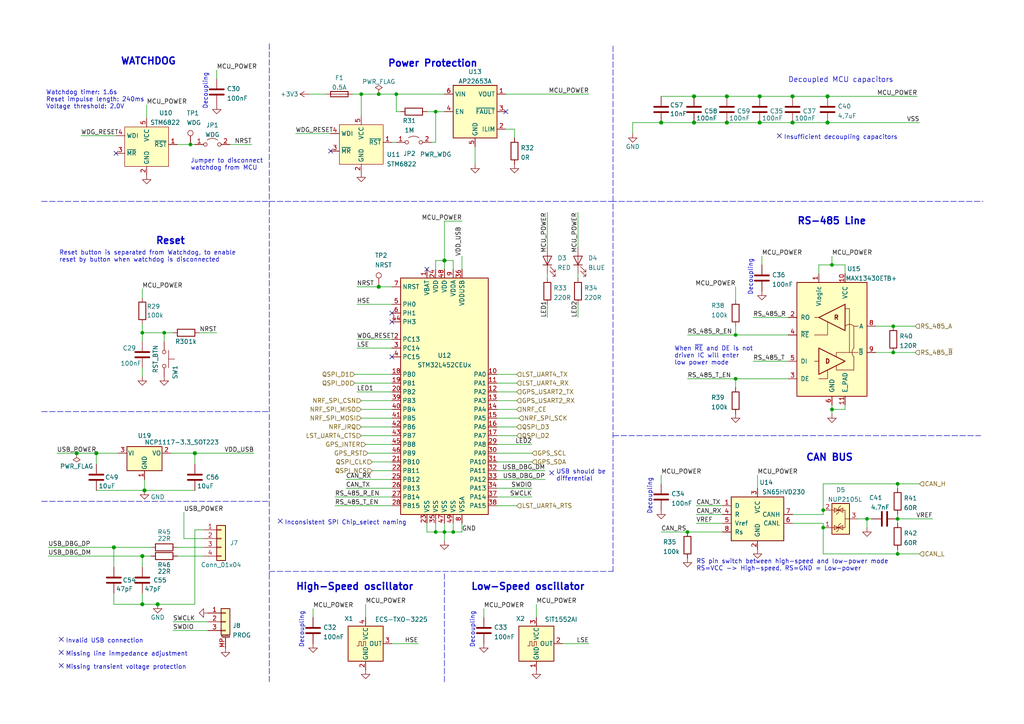
<source format=kicad_sch>
(kicad_sch (version 20210621) (generator eeschema)
  (paper "A4")
  (lib_symbols
    (symbol "Connector:TestPoint" (pin_numbers hide) (pin_names (offset 0.762) hide)
      (property "Reference" "TP" (at 0 6.858 0))
      (property "Value" "TestPoint" (at 0 5.08 0))
      (symbol "TestPoint_1_1"
        (pin passive line (at 0 0 90) (length 2.54) (name "1") (number "1"))
      )
    )
    (symbol "Connector_Generic:Conn_01x04" (pin_names (offset 1.016) hide)
      (property "Reference" "J" (at 0 5.08 0))
      (property "Value" "Conn_01x04" (at 0 -7.62 0))
      (symbol "Conn_01x04_1_1"
        (pin passive line (at -5.08 2.54 0) (length 3.81) (name "Pin_1") (number "1"))
        (pin passive line (at -5.08 0 0) (length 3.81) (name "Pin_2") (number "2"))
        (pin passive line (at -5.08 -2.54 0) (length 3.81) (name "Pin_3") (number "3"))
        (pin passive line (at -5.08 -5.08 0) (length 3.81) (name "Pin_4") (number "4"))
      )
    )
    (symbol "Connector_Generic_MountingPin:Conn_01x03_MountingPin" (pin_names (offset 1.016) hide)
      (property "Reference" "J" (at 0 5.08 0))
      (property "Value" "Conn_01x03_MountingPin" (at 1.27 -5.08 0))
      (symbol "Conn_01x03_MountingPin_1_1"
        (text "Mounting" (at 0 -4.191 0) (effects (font (size 0.381 0.381))))
        (pin passive line (at -5.08 2.54 0) (length 3.81) (name "Pin_1") (number "1"))
        (pin passive line (at -5.08 0 0) (length 3.81) (name "Pin_2") (number "2"))
        (pin passive line (at -5.08 -2.54 0) (length 3.81) (name "Pin_3") (number "3"))
        (pin passive line (at 0 -7.62 90) (length 3.048) (name "MountPin") (number "MP"))
      )
    )
    (symbol "Device:C" (pin_numbers hide) (pin_names (offset 0.254))
      (property "Reference" "C" (at 0.635 2.54 0))
      (property "Value" "C" (at 0.635 -2.54 0))
      (symbol "C_1_1"
        (pin passive line (at 0 3.81 270) (length 2.794) (name "~") (number "1"))
        (pin passive line (at 0 -3.81 90) (length 2.794) (name "~") (number "2"))
      )
    )
    (symbol "Device:Fuse" (pin_numbers hide) (pin_names (offset 0))
      (property "Reference" "F" (at 2.032 0 90))
      (property "Value" "Fuse" (at -1.905 0 90))
      (symbol "Fuse_1_1"
        (pin passive line (at 0 3.81 270) (length 1.27) (name "~") (number "1"))
        (pin passive line (at 0 -3.81 90) (length 1.27) (name "~") (number "2"))
      )
    )
    (symbol "Device:LED" (pin_numbers hide) (pin_names (offset 1.016) hide)
      (property "Reference" "D" (at 0 2.54 0))
      (property "Value" "LED" (at 0 -2.54 0))
      (symbol "LED_1_1"
        (pin passive line (at -3.81 0 0) (length 2.54) (name "K") (number "1"))
        (pin passive line (at 3.81 0 180) (length 2.54) (name "A") (number "2"))
      )
    )
    (symbol "Device:R" (pin_numbers hide) (pin_names (offset 0))
      (property "Reference" "R" (at 2.032 0 90))
      (property "Value" "R" (at 0 0 90))
      (symbol "R_1_1"
        (pin passive line (at 0 3.81 270) (length 1.27) (name "~") (number "1"))
        (pin passive line (at 0 -3.81 90) (length 1.27) (name "~") (number "2"))
      )
    )
    (symbol "Interface_CAN_LIN:SN65HVD230" (pin_names (offset 1.016))
      (property "Reference" "U" (at -2.54 10.16 0))
      (property "Value" "SN65HVD230" (at -2.54 7.62 0))
      (symbol "SN65HVD230_1_1"
        (pin input line (at -10.16 2.54 0) (length 2.54) (name "D") (number "1"))
        (pin power_in line (at 0 -10.16 90) (length 2.54) (name "GND") (number "2"))
        (pin power_in line (at 0 7.62 270) (length 2.54) (name "VCC") (number "3"))
        (pin output line (at -10.16 0 0) (length 2.54) (name "R") (number "4"))
        (pin output line (at -10.16 -2.54 0) (length 2.54) (name "Vref") (number "5"))
        (pin bidirectional line (at 10.16 -2.54 180) (length 2.54) (name "CANL") (number "6"))
        (pin bidirectional line (at 10.16 0 180) (length 2.54) (name "CANH") (number "7"))
        (pin input line (at -10.16 -5.08 0) (length 2.54) (name "Rs") (number "8"))
      )
    )
    (symbol "Jumper:Jumper_2_Open" (pin_names (offset 0) hide)
      (property "Reference" "JP" (at 0 2.794 0))
      (property "Value" "Jumper_2_Open" (at 0 -2.286 0))
      (symbol "Jumper_2_Open_1_1"
        (pin passive line (at -5.08 0 0) (length 2.54) (name "A") (number "1"))
        (pin passive line (at 5.08 0 180) (length 2.54) (name "B") (number "2"))
      )
    )
    (symbol "Jumper_2_Open_1" (pin_names (offset 0) hide)
      (property "Reference" "JP" (at 0 2.794 0))
      (property "Value" "Jumper_2_Open_1" (at 0 -2.286 0))
      (symbol "Jumper_2_Open_1_1_1"
        (pin passive line (at -5.08 0 0) (length 2.54) (name "A") (number "1"))
        (pin passive line (at 5.08 0 180) (length 2.54) (name "B") (number "2"))
      )
    )
    (symbol "MCU_ST_STM32L4:STM32L452CEUx"
      (property "Reference" "U" (at -12.7 34.29 0))
      (property "Value" "STM32L452CEUx" (at 7.62 34.29 0))
      (symbol "STM32L452CEUx_1_1"
        (pin power_in line (at -5.08 35.56 270) (length 2.54) (name "VBAT") (number "1"))
        (pin bidirectional line (at 15.24 5.08 180) (length 2.54) (name "PA0") (number "10"))
        (pin bidirectional line (at 15.24 2.54 180) (length 2.54) (name "PA1") (number "11"))
        (pin bidirectional line (at 15.24 0 180) (length 2.54) (name "PA2") (number "12"))
        (pin bidirectional line (at 15.24 -2.54 180) (length 2.54) (name "PA3") (number "13"))
        (pin bidirectional line (at 15.24 -5.08 180) (length 2.54) (name "PA4") (number "14"))
        (pin bidirectional line (at 15.24 -7.62 180) (length 2.54) (name "PA5") (number "15"))
        (pin bidirectional line (at 15.24 -10.16 180) (length 2.54) (name "PA6") (number "16"))
        (pin bidirectional line (at 15.24 -12.7 180) (length 2.54) (name "PA7") (number "17"))
        (pin bidirectional line (at -15.24 5.08 0) (length 2.54) (name "PB0") (number "18"))
        (pin bidirectional line (at -15.24 2.54 0) (length 2.54) (name "PB1") (number "19"))
        (pin bidirectional line (at -15.24 15.24 0) (length 2.54) (name "PC13") (number "2"))
        (pin bidirectional line (at -15.24 0 0) (length 2.54) (name "PB2") (number "20"))
        (pin bidirectional line (at -15.24 -20.32 0) (length 2.54) (name "PB10") (number "21"))
        (pin bidirectional line (at -15.24 -22.86 0) (length 2.54) (name "PB11") (number "22"))
        (pin power_in line (at -5.08 -38.1 90) (length 2.54) (name "VSS") (number "23"))
        (pin power_in line (at -2.54 35.56 270) (length 2.54) (name "VDD") (number "24"))
        (pin bidirectional line (at -15.24 -25.4 0) (length 2.54) (name "PB12") (number "25"))
        (pin bidirectional line (at -15.24 -27.94 0) (length 2.54) (name "PB13") (number "26"))
        (pin bidirectional line (at -15.24 -30.48 0) (length 2.54) (name "PB14") (number "27"))
        (pin bidirectional line (at -15.24 -33.02 0) (length 2.54) (name "PB15") (number "28"))
        (pin bidirectional line (at 15.24 -15.24 180) (length 2.54) (name "PA8") (number "29"))
        (pin bidirectional line (at -15.24 12.7 0) (length 2.54) (name "PC14") (number "3"))
        (pin bidirectional line (at 15.24 -17.78 180) (length 2.54) (name "PA9") (number "30"))
        (pin bidirectional line (at 15.24 -20.32 180) (length 2.54) (name "PA10") (number "31"))
        (pin bidirectional line (at 15.24 -22.86 180) (length 2.54) (name "PA11") (number "32"))
        (pin bidirectional line (at 15.24 -25.4 180) (length 2.54) (name "PA12") (number "33"))
        (pin bidirectional line (at 15.24 -27.94 180) (length 2.54) (name "PA13") (number "34"))
        (pin power_in line (at -2.54 -38.1 90) (length 2.54) (name "VSS") (number "35"))
        (pin power_in line (at 5.08 35.56 270) (length 2.54) (name "VDDUSB") (number "36"))
        (pin bidirectional line (at 15.24 -30.48 180) (length 2.54) (name "PA14") (number "37"))
        (pin bidirectional line (at 15.24 -33.02 180) (length 2.54) (name "PA15") (number "38"))
        (pin bidirectional line (at -15.24 -2.54 0) (length 2.54) (name "PB3") (number "39"))
        (pin bidirectional line (at -15.24 10.16 0) (length 2.54) (name "PC15") (number "4"))
        (pin bidirectional line (at -15.24 -5.08 0) (length 2.54) (name "PB4") (number "40"))
        (pin bidirectional line (at -15.24 -7.62 0) (length 2.54) (name "PB5") (number "41"))
        (pin bidirectional line (at -15.24 -10.16 0) (length 2.54) (name "PB6") (number "42"))
        (pin bidirectional line (at -15.24 -12.7 0) (length 2.54) (name "PB7") (number "43"))
        (pin bidirectional line (at -15.24 20.32 0) (length 2.54) (name "PH3") (number "44"))
        (pin bidirectional line (at -15.24 -15.24 0) (length 2.54) (name "PB8") (number "45"))
        (pin bidirectional line (at -15.24 -17.78 0) (length 2.54) (name "PB9") (number "46"))
        (pin power_in line (at 0 -38.1 90) (length 2.54) (name "VSS") (number "47"))
        (pin power_in line (at 0 35.56 270) (length 2.54) (name "VDD") (number "48"))
        (pin power_in line (at 2.54 -38.1 90) (length 2.54) (name "VSS") (number "49"))
        (pin input line (at -15.24 25.4 0) (length 2.54) (name "PH0") (number "5"))
        (pin input line (at -15.24 22.86 0) (length 2.54) (name "PH1") (number "6"))
        (pin input line (at -15.24 30.48 0) (length 2.54) (name "NRST") (number "7"))
        (pin power_in line (at 5.08 -38.1 90) (length 2.54) (name "VSSA") (number "8"))
        (pin power_in line (at 2.54 35.56 270) (length 2.54) (name "VDDA") (number "9"))
      )
    )
    (symbol "Power_Protection:NUP2105L" (pin_names hide)
      (property "Reference" "D" (at 5.715 2.54 0))
      (property "Value" "NUP2105L" (at 5.715 0.635 0))
      (symbol "NUP2105L_0_0"
        (pin passive line (at 0 -5.08 90) (length 2.54) (name "A") (number "3"))
      )
      (symbol "NUP2105L_1_1"
        (pin passive line (at -2.54 5.08 270) (length 2.54) (name "K") (number "1"))
        (pin passive line (at 2.54 5.08 270) (length 2.54) (name "K") (number "2"))
      )
    )
    (symbol "Regulator_Linear:NCP1117-3.3_SOT223" (pin_names (offset 0.254))
      (property "Reference" "U" (at -3.81 3.175 0))
      (property "Value" "NCP1117-3.3_SOT223" (at 0 3.175 0))
      (symbol "NCP1117-3.3_SOT223_1_1"
        (pin power_in line (at 0 -7.62 90) (length 2.54) (name "GND") (number "1"))
        (pin power_out line (at 7.62 0 180) (length 2.54) (name "VO") (number "2"))
        (pin power_in line (at -7.62 0 0) (length 2.54) (name "VI") (number "3"))
      )
    )
    (symbol "Switch:SW_Push" (pin_numbers hide) (pin_names (offset 1.016) hide)
      (property "Reference" "SW" (at 1.27 2.54 0))
      (property "Value" "SW_Push" (at 0 -1.524 0))
      (symbol "SW_Push_0_1"
        (pin passive line (at -5.08 0 0) (length 2.54) (name "1") (number "1"))
        (pin passive line (at 5.08 0 180) (length 2.54) (name "2") (number "2"))
      )
    )
    (symbol "TCY_IC:MAX13430ETB+" (pin_names (offset 1.016))
      (property "Reference" "U" (at -10.16 19.05 0))
      (property "Value" "MAX13430ETB+" (at 5.08 19.05 0))
      (symbol "MAX13430ETB+_0_0"
        (text "D" (at -1.27 -5.08 0) (effects (font (size 1.27 1.27) bold)))
        (text "R" (at 1.27 7.62 0) (effects (font (size 1.27 1.27) bold)))
      )
      (symbol "MAX13430ETB+_1_1"
        (pin power_in line (at -3.81 20.32 270) (length 2.54) (name "Vlogic") (number "1"))
        (pin power_in line (at 3.81 20.32 270) (length 2.54) (name "VCC") (number "10"))
        (pin power_in line (at 3.81 -17.78 90) (length 2.54) (name "E_PAD") (number "11"))
        (pin output line (at -12.7 7.62 0) (length 2.54) (name "RO") (number "2"))
        (pin input line (at -12.7 -10.16 0) (length 2.54) (name "DE") (number "3"))
        (pin input line (at -12.7 2.54 0) (length 2.54) (name "~{RE}") (number "4"))
        (pin input line (at -12.7 -5.08 0) (length 2.54) (name "DI") (number "5"))
        (pin power_in line (at 0 -17.78 90) (length 2.54) (name "GND") (number "6"))
        (pin no_connect line (at 10.16 1.27 180) (length 2.54) hide (name "NC") (number "7"))
        (pin input line (at 12.7 5.08 180) (length 2.54) (name "A") (number "8"))
        (pin input line (at 12.7 -2.54 180) (length 2.54) (name "~{B}") (number "9"))
      )
    )
    (symbol "TCY_IC:STM6822"
      (property "Reference" "U" (at 6.35 13.97 0))
      (property "Value" "STM6822" (at 6.35 16.51 0))
      (symbol "STM6822_1_1"
        (pin open_collector line (at 8.89 6.35 180) (length 2.54) (name "~{RST}") (number "1"))
        (pin passive line (at 0 -2.54 90) (length 2.54) (name "GND") (number "2"))
        (pin input line (at -8.89 3.81 0) (length 2.54) (name "~{MR}") (number "3"))
        (pin input line (at -8.89 8.89 0) (length 2.54) (name "WDI") (number "4"))
        (pin power_in line (at 0 13.97 270) (length 2.54) (name "VCC") (number "5"))
      )
    )
    (symbol "TCY_ocillators:ECS-TXO-3225" (pin_names (offset 0.254))
      (property "Reference" "X" (at -6.35 6.35 0))
      (property "Value" "ECS-TXO-3225" (at 1.27 6.35 0))
      (symbol "ECS-TXO-3225_1_1"
        (pin no_connect line (at -7.62 0 0) (length 2.54) hide (name "NC") (number "1"))
        (pin power_in line (at 0 -7.62 90) (length 2.54) (name "GND") (number "2"))
        (pin output line (at 7.62 0 180) (length 2.54) (name "OUT") (number "3"))
        (pin power_in line (at 0 7.62 270) (length 2.54) (name "VCC") (number "4"))
      )
    )
    (symbol "TCY_ocillators:SiT1552AI" (pin_names (offset 0.254))
      (property "Reference" "X" (at -6.35 6.35 0))
      (property "Value" "SiT1552AI" (at 1.27 6.35 0))
      (symbol "SiT1552AI_1_1"
        (pin power_in line (at 0 -7.62 90) (length 2.54) (name "GND") (number "1"))
        (pin output line (at 7.62 0 180) (length 2.54) (name "OUT") (number "2"))
        (pin power_in line (at 0 7.62 270) (length 2.54) (name "VCC") (number "3"))
        (pin power_in line (at 0 -7.62 90) (length 2.54) hide (name "GND") (number "4"))
      )
    )
    (symbol "TCY_power_management:AP22653"
      (property "Reference" "U" (at 8.89 7.62 0))
      (property "Value" "AP22653" (at 0 7.62 0))
      (symbol "AP22653_1_1"
        (pin power_out line (at 8.89 2.54 180) (length 2.54) (name "VOUT") (number "1"))
        (pin passive line (at 8.89 -7.62 180) (length 2.54) (name "ILIM") (number "2"))
        (pin output line (at 8.89 -2.54 180) (length 2.54) (name "~{FAULT}") (number "3"))
        (pin input line (at -8.89 -2.54 0) (length 2.54) (name "EN") (number "4"))
        (pin passive line (at 0 -12.7 90) (length 2.54) (name "GND") (number "5"))
        (pin power_in line (at -8.89 2.54 0) (length 2.54) (name "VIN") (number "6"))
        (pin passive line (at 0 -12.7 90) (length 2.54) hide (name "E_PAD") (number "7"))
      )
    )
    (symbol "power:+3V3" (power) (pin_names (offset 0))
      (property "Value" "+3V3" (at 0 3.556 0))
      (symbol "+3V3_1_1"
        (pin power_in line (at 0 0 90) (length 0) hide (name "+3V3") (number "1"))
      )
    )
    (symbol "power:GND" (power) (pin_names (offset 0))
      (property "Value" "GND" (at 0 -3.81 0))
      (symbol "GND_1_1"
        (pin power_in line (at 0 0 270) (length 0) hide (name "GND") (number "1"))
      )
    )
    (symbol "power:PWR_FLAG" (power) (pin_numbers hide) (pin_names (offset 0) hide)
      (property "Value" "PWR_FLAG" (at 0 3.81 0))
      (symbol "PWR_FLAG_0_0"
        (pin power_out line (at 0 0 90) (length 0) (name "pwr") (number "1"))
      )
    )
  )
  (junction (at 22.225 131.445) (diameter 1.016))
  (junction (at 27.94 131.445) (diameter 1.016))
  (junction (at 33.02 158.75) (diameter 1.016))
  (junction (at 41.275 96.52) (diameter 0.9144))
  (junction (at 41.275 161.29) (diameter 1.016))
  (junction (at 41.275 175.26) (diameter 1.016))
  (junction (at 41.91 142.24) (diameter 1.016))
  (junction (at 45.72 175.26) (diameter 1.016))
  (junction (at 47.625 96.52) (diameter 0.9144))
  (junction (at 55.245 41.91) (diameter 0.9144))
  (junction (at 56.515 131.445) (diameter 1.016))
  (junction (at 104.775 27.305) (diameter 0.9144))
  (junction (at 109.855 27.305) (diameter 0.9144))
  (junction (at 109.855 83.185) (diameter 1.016))
  (junction (at 114.935 27.305) (diameter 0.9144))
  (junction (at 126.365 32.385) (diameter 0.9144))
  (junction (at 126.365 154.305) (diameter 0.9144))
  (junction (at 128.905 75.565) (diameter 1.016))
  (junction (at 128.905 154.305) (diameter 0.9144))
  (junction (at 131.445 154.305) (diameter 0.9144))
  (junction (at 191.77 35.56) (diameter 1.016))
  (junction (at 199.39 154.305) (diameter 0.9144))
  (junction (at 201.295 27.94) (diameter 1.016))
  (junction (at 201.295 35.56) (diameter 1.016))
  (junction (at 210.82 27.94) (diameter 1.016))
  (junction (at 210.82 35.56) (diameter 1.016))
  (junction (at 213.36 97.155) (diameter 0.9144))
  (junction (at 213.36 109.855) (diameter 0.9144))
  (junction (at 220.345 27.94) (diameter 1.016))
  (junction (at 220.345 35.56) (diameter 1.016))
  (junction (at 229.87 27.94) (diameter 1.016))
  (junction (at 229.87 35.56) (diameter 1.016))
  (junction (at 238.76 147.955) (diameter 0.9144))
  (junction (at 238.76 153.035) (diameter 0.9144))
  (junction (at 240.03 27.94) (diameter 1.016))
  (junction (at 240.03 35.56) (diameter 1.016))
  (junction (at 241.3 76.835) (diameter 0.9144))
  (junction (at 241.3 118.745) (diameter 0.9144))
  (junction (at 251.46 150.495) (diameter 0.9144))
  (junction (at 259.08 94.615) (diameter 0.9144))
  (junction (at 259.08 102.235) (diameter 0.9144))
  (junction (at 260.35 140.335) (diameter 0.9144))
  (junction (at 260.35 150.495) (diameter 0.9144))
  (junction (at 260.35 160.655) (diameter 0.9144))
  (no_connect (at 17.78 185.42))
  (no_connect (at 17.78 189.23))
  (no_connect (at 17.78 193.04))
  (no_connect (at 33.655 44.45))
  (no_connect (at 81.28 151.13))
  (no_connect (at 95.885 43.815))
  (no_connect (at 113.665 90.805))
  (no_connect (at 113.665 93.345))
  (no_connect (at 113.665 103.505))
  (no_connect (at 123.825 78.105))
  (no_connect (at 146.685 32.385))
  (no_connect (at 160.02 137.16))
  (no_connect (at 226.06 39.37))
  (wire (pts (xy 13.97 158.75) (xy 33.02 158.75)))
  (wire (pts (xy 13.97 161.29) (xy 41.275 161.29)))
  (wire (pts (xy 16.51 131.445) (xy 22.225 131.445)))
  (wire (pts (xy 22.225 131.445) (xy 27.94 131.445)))
  (wire (pts (xy 23.495 39.37) (xy 33.655 39.37)))
  (wire (pts (xy 27.94 131.445) (xy 27.94 134.62)))
  (wire (pts (xy 27.94 131.445) (xy 34.29 131.445)))
  (wire (pts (xy 27.94 142.24) (xy 41.91 142.24)))
  (wire (pts (xy 33.02 158.75) (xy 33.02 164.465)))
  (wire (pts (xy 33.02 158.75) (xy 43.815 158.75)))
  (wire (pts (xy 33.02 175.26) (xy 33.02 172.085)))
  (wire (pts (xy 33.02 175.26) (xy 41.275 175.26)))
  (wire (pts (xy 41.275 83.82) (xy 41.275 86.36)))
  (wire (pts (xy 41.275 93.98) (xy 41.275 96.52)))
  (wire (pts (xy 41.275 96.52) (xy 41.275 99.06)))
  (wire (pts (xy 41.275 96.52) (xy 47.625 96.52)))
  (wire (pts (xy 41.275 106.68) (xy 41.275 109.22)))
  (wire (pts (xy 41.275 161.29) (xy 41.275 164.465)))
  (wire (pts (xy 41.275 161.29) (xy 43.815 161.29)))
  (wire (pts (xy 41.275 172.085) (xy 41.275 175.26)))
  (wire (pts (xy 41.91 139.065) (xy 41.91 142.24)))
  (wire (pts (xy 41.91 142.24) (xy 56.515 142.24)))
  (wire (pts (xy 42.545 30.48) (xy 42.545 34.29)))
  (wire (pts (xy 45.72 175.26) (xy 41.275 175.26)))
  (wire (pts (xy 47.625 96.52) (xy 47.625 99.06)))
  (wire (pts (xy 47.625 96.52) (xy 50.165 96.52)))
  (wire (pts (xy 49.53 131.445) (xy 56.515 131.445)))
  (wire (pts (xy 51.435 41.91) (xy 55.245 41.91)))
  (wire (pts (xy 51.435 158.75) (xy 59.055 158.75)))
  (wire (pts (xy 51.435 161.29) (xy 59.055 161.29)))
  (wire (pts (xy 53.34 148.59) (xy 53.34 156.21)))
  (wire (pts (xy 53.34 156.21) (xy 59.055 156.21)))
  (wire (pts (xy 55.245 41.91) (xy 56.515 41.91)))
  (wire (pts (xy 56.515 131.445) (xy 56.515 134.62)))
  (wire (pts (xy 56.515 131.445) (xy 73.66 131.445)))
  (wire (pts (xy 56.515 153.67) (xy 56.515 175.26)))
  (wire (pts (xy 56.515 175.26) (xy 45.72 175.26)))
  (wire (pts (xy 57.785 96.52) (xy 62.865 96.52)))
  (wire (pts (xy 59.055 153.67) (xy 56.515 153.67)))
  (wire (pts (xy 60.325 180.34) (xy 50.165 180.34)))
  (wire (pts (xy 60.325 182.88) (xy 50.165 182.88)))
  (wire (pts (xy 62.865 20.32) (xy 62.865 22.86)))
  (wire (pts (xy 66.675 41.91) (xy 73.025 41.91)))
  (wire (pts (xy 85.725 38.735) (xy 95.885 38.735)))
  (wire (pts (xy 89.535 27.305) (xy 94.615 27.305)))
  (wire (pts (xy 90.805 176.53) (xy 90.805 179.07)))
  (wire (pts (xy 97.155 144.145) (xy 113.665 144.145)))
  (wire (pts (xy 97.155 146.685) (xy 113.665 146.685)))
  (wire (pts (xy 100.33 139.065) (xy 113.665 139.065)))
  (wire (pts (xy 100.33 141.605) (xy 113.665 141.605)))
  (wire (pts (xy 102.235 27.305) (xy 104.775 27.305)))
  (wire (pts (xy 102.87 108.585) (xy 113.665 108.585)))
  (wire (pts (xy 102.87 111.125) (xy 113.665 111.125)))
  (wire (pts (xy 103.505 83.185) (xy 109.855 83.185)))
  (wire (pts (xy 103.505 88.265) (xy 113.665 88.265)))
  (wire (pts (xy 103.505 98.425) (xy 113.665 98.425)))
  (wire (pts (xy 103.505 100.965) (xy 113.665 100.965)))
  (wire (pts (xy 104.775 27.305) (xy 109.855 27.305)))
  (wire (pts (xy 104.775 33.655) (xy 104.775 27.305)))
  (wire (pts (xy 104.775 116.205) (xy 113.665 116.205)))
  (wire (pts (xy 104.775 118.745) (xy 113.665 118.745)))
  (wire (pts (xy 104.775 121.285) (xy 113.665 121.285)))
  (wire (pts (xy 104.775 123.825) (xy 113.665 123.825)))
  (wire (pts (xy 104.775 126.365) (xy 113.665 126.365)))
  (wire (pts (xy 106.045 128.905) (xy 113.665 128.905)))
  (wire (pts (xy 106.045 175.26) (xy 106.045 179.07)))
  (wire (pts (xy 106.68 131.445) (xy 113.665 131.445)))
  (wire (pts (xy 109.855 27.305) (xy 114.935 27.305)))
  (wire (pts (xy 109.855 83.185) (xy 113.665 83.185)))
  (wire (pts (xy 113.665 41.275) (xy 114.935 41.275)))
  (wire (pts (xy 113.665 113.665) (xy 103.505 113.665)))
  (wire (pts (xy 113.665 133.985) (xy 107.95 133.985)))
  (wire (pts (xy 113.665 136.525) (xy 107.95 136.525)))
  (wire (pts (xy 113.665 186.69) (xy 121.285 186.69)))
  (wire (pts (xy 114.935 27.305) (xy 114.935 32.385)))
  (wire (pts (xy 114.935 27.305) (xy 128.905 27.305)))
  (wire (pts (xy 116.205 32.385) (xy 114.935 32.385)))
  (wire (pts (xy 123.825 32.385) (xy 126.365 32.385)))
  (wire (pts (xy 123.825 154.305) (xy 123.825 151.765)))
  (wire (pts (xy 125.095 41.275) (xy 126.365 41.275)))
  (wire (pts (xy 126.365 32.385) (xy 126.365 41.275)))
  (wire (pts (xy 126.365 32.385) (xy 128.905 32.385)))
  (wire (pts (xy 126.365 75.565) (xy 128.905 75.565)))
  (wire (pts (xy 126.365 78.105) (xy 126.365 75.565)))
  (wire (pts (xy 126.365 151.765) (xy 126.365 154.305)))
  (wire (pts (xy 126.365 154.305) (xy 123.825 154.305)))
  (wire (pts (xy 128.905 64.135) (xy 128.905 75.565)))
  (wire (pts (xy 128.905 64.135) (xy 133.985 64.135)))
  (wire (pts (xy 128.905 75.565) (xy 128.905 78.105)))
  (wire (pts (xy 128.905 75.565) (xy 131.445 75.565)))
  (wire (pts (xy 128.905 151.765) (xy 128.905 154.305)))
  (wire (pts (xy 128.905 154.305) (xy 126.365 154.305)))
  (wire (pts (xy 128.905 154.305) (xy 131.445 154.305)))
  (wire (pts (xy 128.905 156.845) (xy 128.905 154.305)))
  (wire (pts (xy 131.445 78.105) (xy 131.445 75.565)))
  (wire (pts (xy 131.445 151.765) (xy 131.445 154.305)))
  (wire (pts (xy 131.445 154.305) (xy 133.985 154.305)))
  (wire (pts (xy 133.985 74.295) (xy 133.985 78.105)))
  (wire (pts (xy 133.985 154.305) (xy 133.985 151.765)))
  (wire (pts (xy 137.795 42.545) (xy 137.795 47.625)))
  (wire (pts (xy 140.335 176.53) (xy 140.335 179.07)))
  (wire (pts (xy 144.145 108.585) (xy 149.86 108.585)))
  (wire (pts (xy 144.145 111.125) (xy 149.86 111.125)))
  (wire (pts (xy 144.145 113.665) (xy 149.86 113.665)))
  (wire (pts (xy 144.145 116.205) (xy 149.86 116.205)))
  (wire (pts (xy 144.145 118.745) (xy 149.86 118.745)))
  (wire (pts (xy 144.145 121.285) (xy 150.495 121.285)))
  (wire (pts (xy 144.145 123.825) (xy 149.86 123.825)))
  (wire (pts (xy 144.145 126.365) (xy 149.86 126.365)))
  (wire (pts (xy 144.145 128.905) (xy 154.305 128.905)))
  (wire (pts (xy 144.145 131.445) (xy 154.305 131.445)))
  (wire (pts (xy 144.145 133.985) (xy 154.305 133.985)))
  (wire (pts (xy 144.145 136.525) (xy 158.115 136.525)))
  (wire (pts (xy 144.145 139.065) (xy 158.115 139.065)))
  (wire (pts (xy 144.145 141.605) (xy 154.305 141.605)))
  (wire (pts (xy 144.145 144.145) (xy 154.305 144.145)))
  (wire (pts (xy 144.145 146.685) (xy 149.86 146.685)))
  (wire (pts (xy 146.685 27.305) (xy 170.815 27.305)))
  (wire (pts (xy 146.685 37.465) (xy 149.225 37.465)))
  (wire (pts (xy 149.225 37.465) (xy 149.225 40.005)))
  (wire (pts (xy 155.575 175.26) (xy 155.575 179.07)))
  (wire (pts (xy 158.75 61.595) (xy 158.75 71.755)))
  (wire (pts (xy 158.75 79.375) (xy 158.75 80.645)))
  (wire (pts (xy 158.75 88.265) (xy 158.75 92.075)))
  (wire (pts (xy 163.195 186.69) (xy 170.815 186.69)))
  (wire (pts (xy 167.64 61.595) (xy 167.64 71.755)))
  (wire (pts (xy 167.64 79.375) (xy 167.64 80.645)))
  (wire (pts (xy 167.64 88.265) (xy 167.64 92.075)))
  (wire (pts (xy 183.515 35.56) (xy 191.77 35.56)))
  (wire (pts (xy 183.515 38.735) (xy 183.515 35.56)))
  (wire (pts (xy 191.77 27.94) (xy 201.295 27.94)))
  (wire (pts (xy 191.77 35.56) (xy 201.295 35.56)))
  (wire (pts (xy 191.77 137.795) (xy 191.77 140.335)))
  (wire (pts (xy 191.77 154.305) (xy 199.39 154.305)))
  (wire (pts (xy 199.39 97.155) (xy 213.36 97.155)))
  (wire (pts (xy 199.39 109.855) (xy 213.36 109.855)))
  (wire (pts (xy 199.39 154.305) (xy 209.55 154.305)))
  (wire (pts (xy 201.295 27.94) (xy 210.82 27.94)))
  (wire (pts (xy 201.295 35.56) (xy 210.82 35.56)))
  (wire (pts (xy 201.93 146.685) (xy 209.55 146.685)))
  (wire (pts (xy 201.93 149.225) (xy 209.55 149.225)))
  (wire (pts (xy 201.93 151.765) (xy 209.55 151.765)))
  (wire (pts (xy 210.82 27.94) (xy 220.345 27.94)))
  (wire (pts (xy 210.82 35.56) (xy 220.345 35.56)))
  (wire (pts (xy 213.36 83.185) (xy 213.36 86.995)))
  (wire (pts (xy 213.36 94.615) (xy 213.36 97.155)))
  (wire (pts (xy 213.36 97.155) (xy 228.6 97.155)))
  (wire (pts (xy 213.36 109.855) (xy 213.36 112.395)))
  (wire (pts (xy 213.36 109.855) (xy 228.6 109.855)))
  (wire (pts (xy 218.44 92.075) (xy 228.6 92.075)))
  (wire (pts (xy 218.44 104.775) (xy 228.6 104.775)))
  (wire (pts (xy 219.71 137.795) (xy 219.71 141.605)))
  (wire (pts (xy 220.345 27.94) (xy 229.87 27.94)))
  (wire (pts (xy 220.345 35.56) (xy 229.87 35.56)))
  (wire (pts (xy 220.98 74.295) (xy 220.98 76.835)))
  (wire (pts (xy 229.87 27.94) (xy 240.03 27.94)))
  (wire (pts (xy 229.87 35.56) (xy 240.03 35.56)))
  (wire (pts (xy 229.87 149.225) (xy 238.76 149.225)))
  (wire (pts (xy 229.87 151.765) (xy 238.76 151.765)))
  (wire (pts (xy 237.49 76.835) (xy 241.3 76.835)))
  (wire (pts (xy 237.49 79.375) (xy 237.49 76.835)))
  (wire (pts (xy 238.76 140.335) (xy 238.76 147.955)))
  (wire (pts (xy 238.76 149.225) (xy 238.76 147.955)))
  (wire (pts (xy 238.76 151.765) (xy 238.76 153.035)))
  (wire (pts (xy 238.76 153.035) (xy 238.76 160.655)))
  (wire (pts (xy 240.03 27.94) (xy 266.065 27.94)))
  (wire (pts (xy 240.03 35.56) (xy 266.7 35.56)))
  (wire (pts (xy 241.3 76.835) (xy 241.3 74.295)))
  (wire (pts (xy 241.3 117.475) (xy 241.3 118.745)))
  (wire (pts (xy 241.3 118.745) (xy 241.3 120.015)))
  (wire (pts (xy 245.11 76.835) (xy 241.3 76.835)))
  (wire (pts (xy 245.11 79.375) (xy 245.11 76.835)))
  (wire (pts (xy 245.11 117.475) (xy 245.11 118.745)))
  (wire (pts (xy 245.11 118.745) (xy 241.3 118.745)))
  (wire (pts (xy 248.92 150.495) (xy 251.46 150.495)))
  (wire (pts (xy 251.46 150.495) (xy 251.46 153.035)))
  (wire (pts (xy 251.46 150.495) (xy 252.73 150.495)))
  (wire (pts (xy 254 94.615) (xy 259.08 94.615)))
  (wire (pts (xy 254 102.235) (xy 259.08 102.235)))
  (wire (pts (xy 259.08 94.615) (xy 265.43 94.615)))
  (wire (pts (xy 259.08 102.235) (xy 265.43 102.235)))
  (wire (pts (xy 260.35 140.335) (xy 238.76 140.335)))
  (wire (pts (xy 260.35 140.335) (xy 260.35 141.605)))
  (wire (pts (xy 260.35 149.225) (xy 260.35 150.495)))
  (wire (pts (xy 260.35 150.495) (xy 270.51 150.495)))
  (wire (pts (xy 260.35 151.765) (xy 260.35 150.495)))
  (wire (pts (xy 260.35 159.385) (xy 260.35 160.655)))
  (wire (pts (xy 260.35 160.655) (xy 238.76 160.655)))
  (wire (pts (xy 266.7 140.335) (xy 260.35 140.335)))
  (wire (pts (xy 266.7 160.655) (xy 260.35 160.655)))
  (polyline (pts (xy 12.065 58.42) (xy 78.105 58.42)) (stroke (width 0) (type dash)))
  (polyline (pts (xy 12.065 119.38) (xy 78.105 119.38)) (stroke (width 0) (type dash)))
  (polyline (pts (xy 12.065 145.415) (xy 78.105 145.415)) (stroke (width 0) (type dash)))
  (polyline (pts (xy 78.105 12.7) (xy 78.105 166.37)) (stroke (width 0) (type dash)))
  (polyline (pts (xy 78.105 58.42) (xy 177.165 58.42)) (stroke (width 0) (type dash)))
  (polyline (pts (xy 78.105 165.735) (xy 177.8 165.735)) (stroke (width 0) (type dash)))
  (polyline (pts (xy 78.105 166.37) (xy 78.105 198.12)) (stroke (width 0) (type dash)))
  (polyline (pts (xy 128.905 166.37) (xy 128.905 198.12)) (stroke (width 0) (type dash)))
  (polyline (pts (xy 177.165 58.42) (xy 191.135 58.42)) (stroke (width 0) (type dash)))
  (polyline (pts (xy 177.8 13.335) (xy 177.8 165.735)) (stroke (width 0) (type dash)))
  (polyline (pts (xy 177.8 126.365) (xy 284.48 126.365)) (stroke (width 0) (type dash)))
  (polyline (pts (xy 191.135 58.42) (xy 285.115 58.42)) (stroke (width 0) (type dash)))
  (text "Watchdog timer: 1.6s\nReset impulse length: 240ms\nVoltage threshold: 2.0V" (at 13.335 31.75 0) (effects (font (size 1.27 1.27)) (justify left bottom)))
  (text "Reset button is separated from Watchdog, to enable\nreset by button when watchdog is disconnected" (at 17.145 76.2 0) (effects (font (size 1.27 1.27)) (justify left bottom)))
  (text "Invalid USB connection" (at 19.05 186.69 0) (effects (font (size 1.27 1.27)) (justify left bottom)))
  (text "Missing line inmpedance adjustment" (at 19.05 190.5 0) (effects (font (size 1.27 1.27)) (justify left bottom)))
  (text "Missing transient voltage protection" (at 19.05 194.31 0) (effects (font (size 1.27 1.27)) (justify left bottom)))
  (text "WATCHDOG" (at 34.925 19.05 0) (effects (font (size 2 2) (thickness 0.4) bold) (justify left bottom)))
  (text "Reset" (at 45.085 71.12 0) (effects (font (size 2 2) (thickness 0.4) bold) (justify left bottom)))
  (text "Jumper to disconnect\nwatchdog from MCU" (at 55.245 49.53 0) (effects (font (size 1.27 1.27)) (justify left bottom)))
  (text "Decoupling" (at 60.325 31.75 90) (effects (font (size 1.27 1.27)) (justify left bottom)))
  (text "Inconsistent SPI Chip_select naming" (at 82.55 152.4 0) (effects (font (size 1.27 1.27)) (justify left bottom)))
  (text "High-Speed oscillator" (at 85.725 171.45 0) (effects (font (size 2 2) (thickness 0.4) bold) (justify left bottom)))
  (text "Decoupling" (at 88.265 187.96 90) (effects (font (size 1.27 1.27)) (justify left bottom)))
  (text "Power Protection" (at 112.395 19.685 0) (effects (font (size 2 2) (thickness 0.4) bold) (justify left bottom)))
  (text "Low-Speed oscillator" (at 136.525 171.45 0) (effects (font (size 2 2) (thickness 0.4) bold) (justify left bottom)))
  (text "Decoupling" (at 137.795 187.96 90) (effects (font (size 1.27 1.27)) (justify left bottom)))
  (text "USB should be\ndifferential" (at 161.29 139.7 0) (effects (font (size 1.27 1.27)) (justify left bottom)))
  (text "Decoupling" (at 189.23 149.225 90) (effects (font (size 1.27 1.27)) (justify left bottom)))
  (text "When ~{RE} and DE is not\ndriven IC will enter\nlow power mode" (at 195.58 106.045 0) (effects (font (size 1.27 1.27)) (justify left bottom)))
  (text "RS pin switch between high-speed and low-power mode\nRS=VCC -> High-speed, RS=GND = Low-power" (at 201.93 165.735 0) (effects (font (size 1.27 1.27)) (justify left bottom)))
  (text "Decoupling" (at 218.44 85.725 90) (effects (font (size 1.27 1.27)) (justify left bottom)))
  (text "Insufficient decoupling capacitors" (at 227.33 40.64 0) (effects (font (size 1.27 1.27)) (justify left bottom)))
  (text "Decoupled MCU capacitors" (at 228.6 24.13 0) (effects (font (size 1.5 1.5)) (justify left bottom)))
  (text "RS-485 Line" (at 231.14 65.405 0) (effects (font (size 2 2) (thickness 0.4) bold) (justify left bottom)))
  (text "CAN BUS" (at 233.68 133.985 0) (effects (font (size 2 2) (thickness 0.4) bold) (justify left bottom)))
  (text "\n\n" (at 243.84 40.005 0) (effects (font (size 1.27 1.27)) (justify left bottom)))
  (label "USB_DBG_DP" (at 13.97 158.75 0))
  (label "USB_DBG_DM" (at 13.97 161.29 0))
  (label "USB_POWER" (at 16.51 131.445 0))
  (label "WDG_RESET" (at 23.495 39.37 0))
  (label "MCU_POWER" (at 41.275 83.82 0))
  (label "MCU_POWER" (at 42.545 30.48 0))
  (label "SWCLK" (at 50.165 180.34 0))
  (label "SWDIO" (at 50.165 182.88 0))
  (label "USB_POWER" (at 53.34 148.59 0))
  (label "MCU_POWER" (at 62.865 20.32 0))
  (label "NRST" (at 62.865 96.52 180))
  (label "NRST" (at 73.025 41.91 180))
  (label "VDD_USB" (at 73.66 131.445 180))
  (label "WDG_RESET" (at 85.725 38.735 0))
  (label "MCU_POWER" (at 90.805 176.53 0))
  (label "RS_485_R_EN" (at 97.155 144.145 0))
  (label "RS_485_T_EN" (at 97.155 146.685 0))
  (label "CAN_RX" (at 100.33 139.065 0))
  (label "CAN_TX" (at 100.33 141.605 0))
  (label "NRST" (at 103.505 83.185 0))
  (label "HSE" (at 103.505 88.265 0))
  (label "WDG_RESET" (at 103.505 98.425 0))
  (label "LSE" (at 103.505 100.965 0))
  (label "LED1" (at 103.505 113.665 0))
  (label "MCU_POWER" (at 106.045 175.26 0))
  (label "HSE" (at 121.285 186.69 180))
  (label "MCU_POWER" (at 133.985 64.135 180))
  (label "VDD_USB" (at 133.985 74.295 90))
  (label "GND" (at 133.985 154.305 0))
  (label "MCU_POWER" (at 140.335 176.53 0))
  (label "LED2" (at 154.305 128.905 180))
  (label "SWDIO" (at 154.305 141.605 180))
  (label "SWCLK" (at 154.305 144.145 180))
  (label "MCU_POWER" (at 155.575 175.26 0))
  (label "USB_DBG_DM" (at 158.115 136.525 180))
  (label "USB_DBG_DP" (at 158.115 139.065 180))
  (label "MCU_POWER" (at 158.75 61.595 270))
  (label "LED1" (at 158.75 92.075 90))
  (label "MCU_POWER" (at 167.64 61.595 270))
  (label "LED2" (at 167.64 92.075 90))
  (label "MCU_POWER" (at 170.815 27.305 180))
  (label "LSE" (at 170.815 186.69 180))
  (label "MCU_POWER" (at 191.77 137.795 0))
  (label "CAN_RS" (at 191.77 154.305 0))
  (label "RS_485_R_EN" (at 199.39 97.155 0))
  (label "RS_485_T_EN" (at 199.39 109.855 0))
  (label "CAN_TX" (at 201.93 146.685 0))
  (label "CAN_RX" (at 201.93 149.225 0))
  (label "VREF" (at 201.93 151.765 0))
  (label "MCU_POWER" (at 213.36 83.185 180))
  (label "RS_485_R" (at 218.44 92.075 0))
  (label "RS_485_T" (at 218.44 104.775 0))
  (label "MCU_POWER" (at 219.71 137.795 0))
  (label "MCU_POWER" (at 220.98 74.295 0))
  (label "MCU_POWER" (at 241.3 74.295 0))
  (label "MCU_POWER" (at 266.065 27.94 180))
  (label "VSS" (at 266.7 35.56 180))
  (label "VREF" (at 270.51 150.495 180))
  (hierarchical_label "QSPI_D1" (shape input) (at 102.87 108.585 180))
  (hierarchical_label "QSPI_D0" (shape input) (at 102.87 111.125 180))
  (hierarchical_label "NRF_SPI_CSN" (shape input) (at 104.775 116.205 180))
  (hierarchical_label "NRF_SPI_MISO" (shape input) (at 104.775 118.745 180))
  (hierarchical_label "NRF_SPI_MOSI" (shape input) (at 104.775 121.285 180))
  (hierarchical_label "NRF_IRQ" (shape input) (at 104.775 123.825 180))
  (hierarchical_label "LST_UART4_CTS" (shape input) (at 104.775 126.365 180))
  (hierarchical_label "GPS_INTER" (shape input) (at 106.045 128.905 180))
  (hierarchical_label "GPS_RST" (shape input) (at 106.68 131.445 180))
  (hierarchical_label "QSPI_CLK" (shape input) (at 107.95 133.985 180))
  (hierarchical_label "QSPI_NCS" (shape input) (at 107.95 136.525 180))
  (hierarchical_label "LST_UART4_TX" (shape input) (at 149.86 108.585 0))
  (hierarchical_label "LST_UART4_RX" (shape input) (at 149.86 111.125 0))
  (hierarchical_label "GPS_USART2_TX" (shape input) (at 149.86 113.665 0))
  (hierarchical_label "GPS_USART2_RX" (shape input) (at 149.86 116.205 0))
  (hierarchical_label "NRF_CE" (shape input) (at 149.86 118.745 0))
  (hierarchical_label "QSPI_D3" (shape input) (at 149.86 123.825 0))
  (hierarchical_label "QSPI_D2" (shape input) (at 149.86 126.365 0))
  (hierarchical_label "LST_UART4_RTS" (shape input) (at 149.86 146.685 0))
  (hierarchical_label "NRF_SPI_SCK" (shape input) (at 150.495 121.285 0))
  (hierarchical_label "GPS_SCL" (shape input) (at 154.305 131.445 0))
  (hierarchical_label "GPS_SDA" (shape input) (at 154.305 133.985 0))
  (hierarchical_label "RS_485_A" (shape input) (at 265.43 94.615 0))
  (hierarchical_label "RS_485_~{B}" (shape input) (at 265.43 102.235 0))
  (hierarchical_label "CAN_H" (shape input) (at 266.7 140.335 0))
  (hierarchical_label "CAN_L" (shape input) (at 266.7 160.655 0))
  (symbol (lib_id "power:+3V3") (at 89.535 27.305 90) (unit 1)
    (property "Reference" "#PWR0157" (effects hide))
    (property "Value" "+3V3" (at 81.28 27.3049 90) (effects (justify right)))
  )
  (symbol (lib_id "power:PWR_FLAG") (at 22.225 131.445 180) (unit 1)
    (property "Reference" "#FLG0103" (effects hide))
    (property "Value" "PWR_FLAG" (at 22.225 135.255 0))
  )
  (symbol (lib_id "power:PWR_FLAG") (at 109.855 27.305 0) (unit 1)
    (property "Reference" "#FLG0101" (effects hide))
    (property "Value" "PWR_FLAG" (at 109.855 23.7004 0))
  )
  (symbol (lib_id "Connector:TestPoint") (at 55.245 41.91 0) (unit 1)
    (property "Reference" "TP1" (at 54.1021 32.81 0) (effects (justify left)))
    (property "Value" "WDG" (at 54.1021 35.5851 0) (effects (justify left)))
    (property "Footprint" "TCY_connectors:TestPoint_Pad_D0.5mm" (effects hide))
  )
  (symbol (lib_id "Connector:TestPoint") (at 109.855 83.185 0) (unit 1)
    (property "Reference" "TP2" (at 108.7121 74.085 0) (effects (justify left)))
    (property "Value" "NRST" (at 108.7121 76.8601 0) (effects (justify left)))
    (property "Footprint" "TCY_connectors:TestPoint_Pad_D0.5mm" (effects hide))
  )
  (symbol (lib_id "power:GND") (at 41.275 109.22 0) (unit 1)
    (property "Reference" "#PWR0127" (effects hide))
    (property "Value" "GND" (effects hide))
  )
  (symbol (lib_id "power:GND") (at 41.91 142.24 0) (unit 1)
    (property "Reference" "#PWR0134" (effects hide))
    (property "Value" "GND" (at 45.72 144.145 0))
  )
  (symbol (lib_id "power:GND") (at 42.545 50.8 0) (unit 1)
    (property "Reference" "#PWR0125" (effects hide))
    (property "Value" "GND" (effects hide))
  )
  (symbol (lib_id "power:GND") (at 45.72 175.26 0) (unit 1)
    (property "Reference" "#PWR0141" (effects hide))
    (property "Value" "GND" (at 45.72 179.07 0))
  )
  (symbol (lib_id "power:GND") (at 47.625 109.22 0) (unit 1)
    (property "Reference" "#PWR0128" (effects hide))
    (property "Value" "GND" (effects hide))
  )
  (symbol (lib_id "power:GND") (at 60.325 177.8 270) (unit 1)
    (property "Reference" "#PWR0132" (effects hide))
    (property "Value" "GND" (effects hide))
  )
  (symbol (lib_id "power:GND") (at 62.865 30.48 0) (unit 1)
    (property "Reference" "#PWR0126" (effects hide))
    (property "Value" "GND" (effects hide))
  )
  (symbol (lib_id "power:GND") (at 65.405 187.96 0) (unit 1)
    (property "Reference" "#PWR0131" (effects hide))
    (property "Value" "GND" (effects hide))
  )
  (symbol (lib_id "power:GND") (at 90.805 186.69 0) (unit 1)
    (property "Reference" "#PWR0133" (effects hide))
    (property "Value" "GND" (effects hide))
  )
  (symbol (lib_id "power:GND") (at 104.775 50.165 0) (unit 1)
    (property "Reference" "#PWR0137" (effects hide))
    (property "Value" "GND" (effects hide))
  )
  (symbol (lib_id "power:GND") (at 106.045 194.31 0) (unit 1)
    (property "Reference" "#PWR0135" (effects hide))
    (property "Value" "GND" (effects hide))
  )
  (symbol (lib_id "power:GND") (at 128.905 156.845 0) (unit 1)
    (property "Reference" "#PWR0138" (effects hide))
    (property "Value" "GND" (effects hide))
  )
  (symbol (lib_id "power:GND") (at 137.795 47.625 0) (unit 1)
    (property "Reference" "#PWR0139" (effects hide))
    (property "Value" "GND" (effects hide))
  )
  (symbol (lib_id "power:GND") (at 140.335 186.69 0) (unit 1)
    (property "Reference" "#PWR0130" (effects hide))
    (property "Value" "GND" (effects hide))
  )
  (symbol (lib_id "power:GND") (at 149.225 47.625 0) (unit 1)
    (property "Reference" "#PWR0124" (effects hide))
    (property "Value" "GND" (effects hide))
  )
  (symbol (lib_id "power:GND") (at 155.575 194.31 0) (unit 1)
    (property "Reference" "#PWR0129" (effects hide))
    (property "Value" "GND" (effects hide))
  )
  (symbol (lib_id "power:GND") (at 183.515 38.735 0) (unit 1)
    (property "Reference" "#PWR0116" (effects hide))
    (property "Value" "GND" (at 183.515 42.545 0))
  )
  (symbol (lib_id "power:GND") (at 191.77 147.955 0) (unit 1)
    (property "Reference" "#PWR0121" (effects hide))
    (property "Value" "GND" (effects hide))
  )
  (symbol (lib_id "power:GND") (at 199.39 161.925 0) (unit 1)
    (property "Reference" "#PWR0119" (effects hide))
    (property "Value" "GND" (effects hide))
  )
  (symbol (lib_id "power:GND") (at 213.36 120.015 0) (unit 1)
    (property "Reference" "#PWR0120" (effects hide))
    (property "Value" "GND" (effects hide))
  )
  (symbol (lib_id "power:GND") (at 219.71 159.385 0) (unit 1)
    (property "Reference" "#PWR0118" (effects hide))
    (property "Value" "GND" (effects hide))
  )
  (symbol (lib_id "power:GND") (at 220.98 84.455 0) (unit 1)
    (property "Reference" "#PWR0117" (effects hide))
    (property "Value" "GND" (effects hide))
  )
  (symbol (lib_id "power:GND") (at 241.3 120.015 0) (unit 1)
    (property "Reference" "#PWR0122" (effects hide))
    (property "Value" "GND" (effects hide))
  )
  (symbol (lib_id "power:GND") (at 251.46 153.035 0) (unit 1)
    (property "Reference" "#PWR0123" (effects hide))
    (property "Value" "GND" (effects hide))
  )
  (symbol (lib_id "Device:Fuse") (at 98.425 27.305 90) (unit 1)
    (property "Reference" "F1" (at 98.425 22.5764 90))
    (property "Value" "0.5A" (at 98.425 25.3515 90))
    (property "Footprint" "Fuse:Fuse_0805_2012Metric" (effects hide))
  )
  (symbol (lib_id "Device:R") (at 41.275 90.17 0) (unit 1)
    (property "Reference" "R29" (at 42.545 88.9 0) (effects (justify left)))
    (property "Value" "100k" (at 42.545 91.44 0) (effects (justify left)))
    (property "Footprint" "Resistor_SMD:R_0603_1608Metric" (effects hide))
  )
  (symbol (lib_id "Device:R") (at 47.625 158.75 270) (unit 1)
    (property "Reference" "R45" (at 47.625 154.305 90))
    (property "Value" "22R" (at 47.625 156.21 90))
    (property "Footprint" "Resistor_SMD:R_0603_1608Metric" (effects hide))
  )
  (symbol (lib_id "Device:R") (at 47.625 161.29 90) (unit 1)
    (property "Reference" "R46" (at 47.625 163.83 90))
    (property "Value" "22R" (at 47.625 165.735 90))
    (property "Footprint" "Resistor_SMD:R_0603_1608Metric" (effects hide))
  )
  (symbol (lib_id "Device:R") (at 53.975 96.52 270) (unit 1)
    (property "Reference" "R30" (at 50.8 99.06 90) (effects (justify left)))
    (property "Value" "1k" (at 54.61 99.06 90) (effects (justify left)))
    (property "Footprint" "Resistor_SMD:R_0603_1608Metric" (effects hide))
  )
  (symbol (lib_id "Device:R") (at 120.015 32.385 90) (unit 1)
    (property "Reference" "R31" (at 118.745 35.0224 90))
    (property "Value" "1M" (at 118.745 37.7975 90))
    (property "Footprint" "Resistor_SMD:R_0603_1608Metric" (effects hide))
  )
  (symbol (lib_id "Device:R") (at 149.225 43.815 0) (unit 1)
    (property "Reference" "R32" (at 151.0031 42.9065 0) (effects (justify left)))
    (property "Value" "0R" (at 151.0031 45.6816 0) (effects (justify left)))
    (property "Footprint" "Resistor_SMD:R_0603_1608Metric" (effects hide))
  )
  (symbol (lib_id "Device:R") (at 158.75 84.455 0) (unit 1)
    (property "Reference" "R33" (at 160.5281 83.5465 0) (effects (justify left)))
    (property "Value" "220R" (at 160.5281 86.3216 0) (effects (justify left)))
    (property "Footprint" "Resistor_SMD:R_0603_1608Metric" (effects hide))
  )
  (symbol (lib_id "Device:R") (at 167.64 84.455 0) (unit 1)
    (property "Reference" "R34" (at 169.4181 83.5465 0) (effects (justify left)))
    (property "Value" "220R" (at 169.4181 86.3216 0) (effects (justify left)))
    (property "Footprint" "Resistor_SMD:R_0603_1608Metric" (effects hide))
  )
  (symbol (lib_id "Device:R") (at 199.39 158.115 0) (unit 1)
    (property "Reference" "R35" (at 192.2781 157.2065 0) (effects (justify left)))
    (property "Value" "100k" (at 192.2781 159.9816 0) (effects (justify left)))
    (property "Footprint" "Resistor_SMD:R_0603_1608Metric" (effects hide))
  )
  (symbol (lib_id "Device:R") (at 213.36 90.805 0) (unit 1)
    (property "Reference" "R38" (at 206.2481 88.6265 0) (effects (justify left)))
    (property "Value" "100k" (at 206.2481 91.4016 0) (effects (justify left)))
    (property "Footprint" "Resistor_SMD:R_0603_1608Metric" (effects hide))
  )
  (symbol (lib_id "Device:R") (at 213.36 116.205 0) (unit 1)
    (property "Reference" "R39" (at 206.2481 115.2965 0) (effects (justify left)))
    (property "Value" "100k" (at 206.2481 118.0716 0) (effects (justify left)))
    (property "Footprint" "Resistor_SMD:R_0603_1608Metric" (effects hide))
  )
  (symbol (lib_id "Device:R") (at 259.08 98.425 0) (unit 1)
    (property "Reference" "R40" (at 260.8581 97.5165 0) (effects (justify left)))
    (property "Value" "120R" (at 260.8581 100.2916 0) (effects (justify left)))
    (property "Footprint" "Resistor_SMD:R_0603_1608Metric" (effects hide))
  )
  (symbol (lib_id "Device:R") (at 260.35 145.415 0) (unit 1)
    (property "Reference" "R41" (at 262.1281 144.5065 0) (effects (justify left)))
    (property "Value" "60R" (at 262.1281 147.2816 0) (effects (justify left)))
    (property "Footprint" "Resistor_SMD:R_0603_1608Metric" (effects hide))
  )
  (symbol (lib_id "Device:R") (at 260.35 155.575 0) (unit 1)
    (property "Reference" "R42" (at 262.1281 154.6665 0) (effects (justify left)))
    (property "Value" "60R" (at 262.1281 157.4416 0) (effects (justify left)))
    (property "Footprint" "Resistor_SMD:R_0603_1608Metric" (effects hide))
  )
  (symbol (lib_id "Jumper:Jumper_2_Open") (at 61.595 41.91 0) (unit 1)
    (property "Reference" "JP1" (at 61.595 36.2924 0))
    (property "Value" "WDG" (at 61.595 39.0675 0))
    (property "Footprint" "Jumper:SolderJumper-2_P1.3mm_Open_RoundedPad1.0x1.5mm" (effects hide))
  )
  (symbol (lib_name "Jumper_2_Open_1") (lib_id "Jumper:Jumper_2_Open") (at 120.015 41.275 0) (unit 1)
    (property "Reference" "JP2" (at 118.745 44.5474 0))
    (property "Value" "PWR_WDG" (at 126.365 44.7825 0))
    (property "Footprint" "Jumper:SolderJumper-2_P1.3mm_Open_RoundedPad1.0x1.5mm" (effects hide))
  )
  (symbol (lib_id "Device:LED") (at 158.75 75.565 90) (unit 1)
    (property "Reference" "D3" (at 161.6711 74.847 90) (effects (justify right)))
    (property "Value" "RED" (at 161.6711 77.6221 90) (effects (justify right)))
    (property "Footprint" "LED_SMD:LED_0603_1608Metric_Castellated" (effects hide))
  )
  (symbol (lib_id "Device:LED") (at 167.64 75.565 90) (unit 1)
    (property "Reference" "D4" (at 170.5611 74.847 90) (effects (justify right)))
    (property "Value" "BLUE" (at 170.5611 77.6221 90) (effects (justify right)))
    (property "Footprint" "LED_SMD:LED_0603_1608Metric_Castellated" (effects hide))
  )
  (symbol (lib_id "Device:C") (at 27.94 138.43 0) (unit 1)
    (property "Reference" "C49" (at 30.48 138.4299 0) (effects (justify left)))
    (property "Value" "10uF" (at 28.575 140.97 0) (effects (justify left)))
    (property "Footprint" "Capacitor_SMD:C_0603_1608Metric" (effects hide))
  )
  (symbol (lib_id "Device:C") (at 33.02 168.275 0) (unit 1)
    (property "Reference" "C54" (at 35.56 168.2749 0) (effects (justify left)))
    (property "Value" "47pF" (at 33.655 170.815 0) (effects (justify left)))
    (property "Footprint" "Capacitor_SMD:C_0603_1608Metric" (effects hide))
  )
  (symbol (lib_id "Device:C") (at 41.275 102.87 0) (unit 1)
    (property "Reference" "C29" (at 35.56 100.965 0) (effects (justify left)))
    (property "Value" "100nF" (at 34.925 105.41 0) (effects (justify left)))
    (property "Footprint" "Capacitor_SMD:C_0603_1608Metric" (effects hide))
  )
  (symbol (lib_id "Device:C") (at 41.275 168.275 0) (unit 1)
    (property "Reference" "C55" (at 44.45 168.2749 0) (effects (justify left)))
    (property "Value" "47pF" (at 41.91 170.815 0) (effects (justify left)))
    (property "Footprint" "Capacitor_SMD:C_0603_1608Metric" (effects hide))
  )
  (symbol (lib_id "Device:C") (at 56.515 138.43 0) (unit 1)
    (property "Reference" "C56" (at 59.69 138.4299 0) (effects (justify left)))
    (property "Value" "10uF" (at 57.15 140.97 0) (effects (justify left)))
    (property "Footprint" "Capacitor_SMD:C_0603_1608Metric" (effects hide))
  )
  (symbol (lib_id "Device:C") (at 62.865 26.67 0) (unit 1)
    (property "Reference" "C30" (at 65.7861 25.7615 0) (effects (justify left)))
    (property "Value" "100nF" (at 65.7861 28.5366 0) (effects (justify left)))
    (property "Footprint" "Capacitor_SMD:C_0603_1608Metric" (effects hide))
  )
  (symbol (lib_id "Device:C") (at 90.805 182.88 0) (unit 1)
    (property "Reference" "C32" (at 93.7261 181.9715 0) (effects (justify left)))
    (property "Value" "100nF" (at 93.7261 184.7466 0) (effects (justify left)))
    (property "Footprint" "Capacitor_SMD:C_0603_1608Metric" (effects hide))
  )
  (symbol (lib_id "Device:C") (at 140.335 182.88 0) (unit 1)
    (property "Reference" "C33" (at 143.2561 181.9715 0) (effects (justify left)))
    (property "Value" "100nF" (at 143.2561 184.7466 0) (effects (justify left)))
    (property "Footprint" "Capacitor_SMD:C_0603_1608Metric" (effects hide))
  )
  (symbol (lib_id "Device:C") (at 191.77 31.75 0) (unit 1)
    (property "Reference" "C57" (at 194.31 30.4799 0) (effects (justify left)))
    (property "Value" "10nF" (at 194.31 33.0199 0) (effects (justify left)))
    (property "Footprint" "Capacitor_SMD:C_0603_1608Metric" (effects hide))
  )
  (symbol (lib_id "Device:C") (at 191.77 144.145 0) (unit 1)
    (property "Reference" "C34" (at 194.6911 143.2365 0) (effects (justify left)))
    (property "Value" "100nF" (at 194.6911 146.0116 0) (effects (justify left)))
    (property "Footprint" "Capacitor_SMD:C_0603_1608Metric" (effects hide))
  )
  (symbol (lib_id "Device:C") (at 201.295 31.75 0) (unit 1)
    (property "Reference" "C58" (at 204.2161 32.229 0) (effects (justify left)))
    (property "Value" "100nF" (at 201.93 34.29 0) (effects (justify left)))
    (property "Footprint" "Capacitor_SMD:C_0603_1608Metric" (effects hide))
  )
  (symbol (lib_id "Device:C") (at 210.82 31.75 0) (unit 1)
    (property "Reference" "C59" (at 213.7411 32.229 0) (effects (justify left)))
    (property "Value" "100nF" (at 211.455 34.29 0) (effects (justify left)))
    (property "Footprint" "Capacitor_SMD:C_0603_1608Metric" (effects hide))
  )
  (symbol (lib_id "Device:C") (at 220.345 31.75 0) (unit 1)
    (property "Reference" "C35" (at 223.2661 32.229 0) (effects (justify left)))
    (property "Value" "100nF" (at 220.98 34.29 0) (effects (justify left)))
    (property "Footprint" "Capacitor_SMD:C_0603_1608Metric" (effects hide))
  )
  (symbol (lib_id "Device:C") (at 220.98 80.645 0) (unit 1)
    (property "Reference" "C36" (at 223.9011 79.7365 0) (effects (justify left)))
    (property "Value" "100nF" (at 223.9011 82.5116 0) (effects (justify left)))
    (property "Footprint" "Capacitor_SMD:C_0603_1608Metric" (effects hide))
  )
  (symbol (lib_id "Device:C") (at 229.87 31.75 0) (unit 1)
    (property "Reference" "C37" (at 232.7911 32.229 0) (effects (justify left)))
    (property "Value" "100nF" (at 230.505 34.29 0) (effects (justify left)))
    (property "Footprint" "Capacitor_SMD:C_0603_1608Metric" (effects hide))
  )
  (symbol (lib_id "Device:C") (at 240.03 31.75 0) (unit 1)
    (property "Reference" "C40" (at 242.9511 30.8415 0) (effects (justify left)))
    (property "Value" "4,7uF" (at 242.9511 33.6166 0) (effects (justify left)))
    (property "Footprint" "Capacitor_SMD:C_0603_1608Metric" (effects hide))
  )
  (symbol (lib_id "Device:C") (at 256.54 150.495 90) (unit 1)
    (property "Reference" "C41" (at 254 144.3694 90))
    (property "Value" "4.7nF" (at 255.27 147.1445 90))
    (property "Footprint" "Capacitor_SMD:C_0603_1608Metric" (effects hide))
  )
  (symbol (lib_id "Switch:SW_Push") (at 47.625 104.14 270) (unit 1)
    (property "Reference" "SW1" (at 50.8 107.95 0))
    (property "Value" "RST_BTN" (at 45.085 104.14 0))
    (property "Footprint" "TCY_buttons_switches:KMT031NGJLHS" (effects hide))
  )
  (symbol (lib_id "Connector_Generic:Conn_01x04") (at 64.135 156.21 0) (unit 1)
    (property "Reference" "J7" (at 66.675 157.4799 0) (effects (justify left)))
    (property "Value" "Conn_01x04" (at 64.135 163.83 0))
  )
  (symbol (lib_id "Connector_Generic_MountingPin:Conn_01x03_MountingPin") (at 65.405 180.34 0) (unit 1)
    (property "Reference" "J8" (at 67.4371 181.4635 0) (effects (justify left)))
    (property "Value" "PROG" (at 67.4371 184.2386 0) (effects (justify left)))
    (property "Footprint" "TCY_connectors:Amphenol_10114830-11103LF_1x03_P1.25mm_Horizontal" (effects hide))
  )
  (symbol (lib_id "Power_Protection:NUP2105L") (at 243.84 150.495 90) (unit 1)
    (property "Reference" "D5" (at 243.84 142.0834 90))
    (property "Value" "NUP2105L" (at 245.11 144.8585 90))
    (property "Footprint" "Package_TO_SOT_SMD:SOT-23" (effects hide))
    (property "Datasheet" "http://www.onsemi.com/pub_link/Collateral/NUP2105L-D.PDF" (effects hide))
  )
  (symbol (lib_id "Regulator_Linear:NCP1117-3.3_SOT223") (at 41.91 131.445 0) (unit 1)
    (property "Reference" "U19" (at 41.91 126.365 0))
    (property "Value" "NCP1117-3.3_SOT223" (at 41.91 128.27 0) (effects (justify left)))
    (property "Footprint" "Package_TO_SOT_SMD:SOT-223-3_TabPin2" (effects hide))
    (property "Datasheet" "http://www.onsemi.com/pub_link/Collateral/NCP1117-D.PDF" (effects hide))
  )
  (symbol (lib_id "TCY_ocillators:SiT1552AI") (at 155.575 186.69 0) (unit 1)
    (property "Reference" "X2" (at 152.273 179.4315 0) (effects (justify right)))
    (property "Value" "SiT1552AI" (at 167.513 179.6666 0) (effects (justify right)))
    (property "Footprint" "TCY_oscillators:CSP-4_1.5x0.8mm" (effects hide))
    (property "Datasheet" "https://www.sitime.com/datasheet/SiT1552" (effects hide))
  )
  (symbol (lib_id "TCY_ocillators:ECS-TXO-3225") (at 106.045 186.69 0) (unit 1)
    (property "Reference" "X1" (at 102.4889 179.4315 0) (effects (justify right)))
    (property "Value" "ECS-TXO-3225" (at 124.0789 179.6666 0) (effects (justify right)))
    (property "Footprint" "TCY_oscillators:ECS-TXO-3225" (effects hide))
    (property "Datasheet" "https://ecsxtal.com/store/pdf/ECS-TXO-3225.pdf" (effects hide))
  )
  (symbol (lib_id "TCY_IC:STM6822") (at 42.545 48.26 0) (unit 1)
    (property "Reference" "U10" (at 46.1011 32.7465 0) (effects (justify left)))
    (property "Value" "STM6822" (at 43.5611 35.5216 0) (effects (justify left)))
    (property "Footprint" "Package_TO_SOT_SMD:SOT-23-5" (effects hide))
    (property "Datasheet" "https://www.st.com/resource/en/datasheet/stm6321.pdf" (effects hide))
  )
  (symbol (lib_id "TCY_IC:STM6822") (at 104.775 47.625 0) (unit 1)
    (property "Reference" "U11" (at 112.1411 44.8115 0) (effects (justify left)))
    (property "Value" "STM6822" (at 112.1411 47.5866 0) (effects (justify left)))
    (property "Footprint" "Package_TO_SOT_SMD:SOT-23-5" (effects hide))
    (property "Datasheet" "https://www.st.com/resource/en/datasheet/stm6321.pdf" (effects hide))
  )
  (symbol (lib_id "TCY_power_management:AP22653") (at 137.795 29.845 0) (unit 1)
    (property "Reference" "U13" (at 137.795 20.7984 0))
    (property "Value" "AP22653A" (at 137.795 23.5735 0))
    (property "Footprint" "Package_DFN_QFN:DFN-6-1EP_2x2mm_P0.65mm_EP1x1.6mm" (effects hide))
    (property "Datasheet" "https://www.diodes.com/assets/Datasheets/AP22652_53_52A_53A.pdf" (effects hide))
  )
  (symbol (lib_id "Interface_CAN_LIN:SN65HVD230") (at 219.71 149.225 0) (unit 1)
    (property "Reference" "U14" (at 222.25 139.9244 0))
    (property "Value" "SN65HVD230" (at 227.33 142.6995 0))
    (property "Footprint" "Package_SO:SOIC-8_3.9x4.9mm_P1.27mm" (effects hide))
    (property "Datasheet" "http://www.ti.com/lit/ds/symlink/sn65hvd230.pdf" (effects hide))
  )
  (symbol (lib_id "TCY_IC:MAX13430ETB+") (at 241.3 99.695 0) (unit 1)
    (property "Reference" "U15" (at 247.65 77.9686 0))
    (property "Value" "MAX13430ETB+" (at 252.73 80.7437 0))
    (property "Footprint" "Package_DFN_QFN:DFN-10-1EP_3x3mm_P0.5mm_EP1.55x2.48mm" (effects hide))
    (property "Datasheet" "https://datasheets.maximintegrated.com/en/ds/MAX13430E-MAX13433E.pdf" (effects hide))
  )
  (symbol (lib_id "MCU_ST_STM32L4:STM32L452CEUx") (at 128.905 113.665 0) (unit 1)
    (property "Reference" "U12" (at 128.905 103.0944 0))
    (property "Value" "STM32L452CEUx" (at 128.905 105.8695 0))
    (property "Footprint" "Package_DFN_QFN:QFN-48-1EP_7x7mm_P0.5mm_EP5.6x5.6mm" (effects hide))
    (property "Datasheet" "http://www.st.com/st-web-ui/static/active/en/resource/technical/document/datasheet/DM00340549.pdf" (effects hide))
  )
)
</source>
